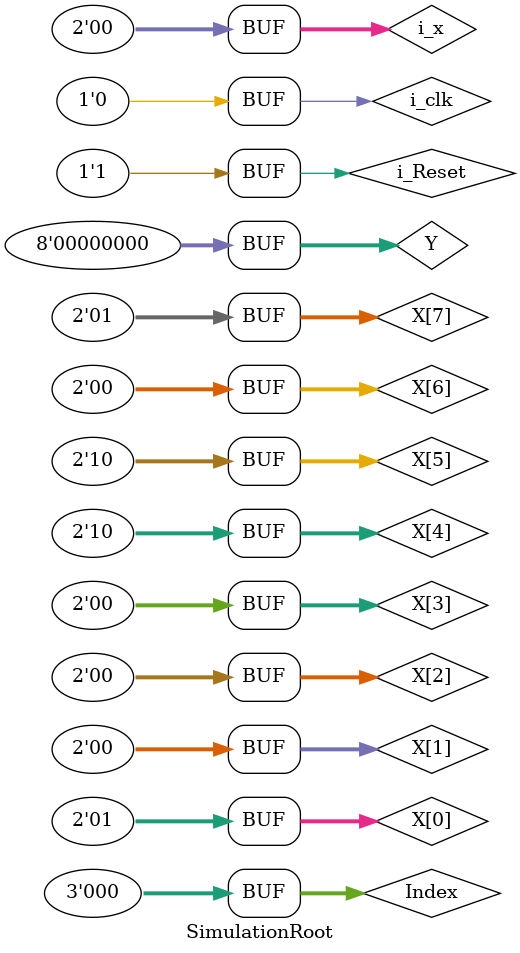
<source format=v>
`timescale 1ns / 1ps


module SimulationRoot;

	// Modelue Inputs
	reg i_clk;
	reg i_Reset;
	reg [1:0] i_x;
	
	// Module Outputs
	wire [1:0] o_y;
	
	// Temp value to store Input/Output data
	reg[1:0] X [7:0];
	reg[7:0] Y = 'b0;

	
	// Instantiate the Unit Under Test (UUT)
	RootAlgorithm uut (
		.i_clk(i_clk), 
		.i_Reset(i_Reset), 
		.i_x(i_x), 
		.o_y(o_y)
	);
	
	// Index 
	reg[2:0] Index; 
	
	initial begin
		// Reset Module
		i_clk = 0;
		i_Reset = 1;
		i_x = 0;
		
		#1 i_clk = 1'b1;
		i_Reset = 0;
		#1 i_clk = 1'b0;
		
		
		// Set X = .10220001
		X[0] = 'b01;
		X[1] = 'b00;
		X[2] = 'b00;
		X[3] = 'b00;
		X[4] = 'b10;
		X[5] = 'b10;
		X[6] = 'b00;
		X[7] = 'b01;
	
		// Take each value from X and send it to Module
		for (Index = 'b111; Index > 'b0; Index = Index - 1)
			begin
				i_x = X[Index];
				#1 i_clk = 1'b1;
				i_Reset = 1;
				#1 i_clk = 1'b0;
				Y = (Y << 1) + o_y;
			end
	
			i_x = X[0];
			#1 i_clk = 1'b1;
			#1 i_clk = 1'b0;
			Y = (Y << 1) + o_y;
			
			// Create additional clock cycle, because of delay p = 1
			i_x = 'b0;
			#1 i_clk = 1'b1;
			#1 i_clk = 1'b0;
			Y = (Y << 1) + o_y;
	end
      
endmodule


</source>
